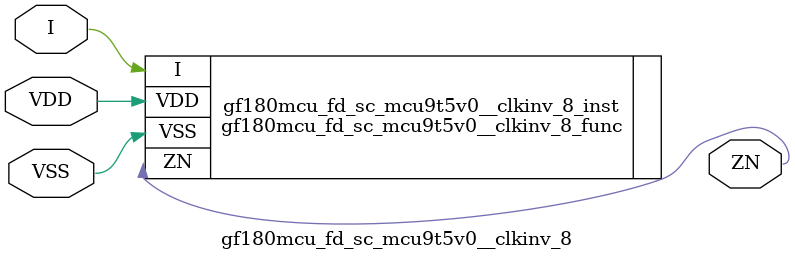
<source format=v>

module gf180mcu_fd_sc_mcu9t5v0__clkinv_8( I, ZN, VDD, VSS );
input I;
inout VDD, VSS;
output ZN;

   `ifdef FUNCTIONAL  //  functional //

	gf180mcu_fd_sc_mcu9t5v0__clkinv_8_func gf180mcu_fd_sc_mcu9t5v0__clkinv_8_behav_inst(.I(I),.ZN(ZN),.VDD(VDD),.VSS(VSS));

   `else

	gf180mcu_fd_sc_mcu9t5v0__clkinv_8_func gf180mcu_fd_sc_mcu9t5v0__clkinv_8_inst(.I(I),.ZN(ZN),.VDD(VDD),.VSS(VSS));

	// spec_gates_begin


	// spec_gates_end



   specify

	// specify_block_begin

	// comb arc I --> ZN
	 (I => ZN) = (1.0,1.0);

	// specify_block_end

   endspecify

   `endif

endmodule

</source>
